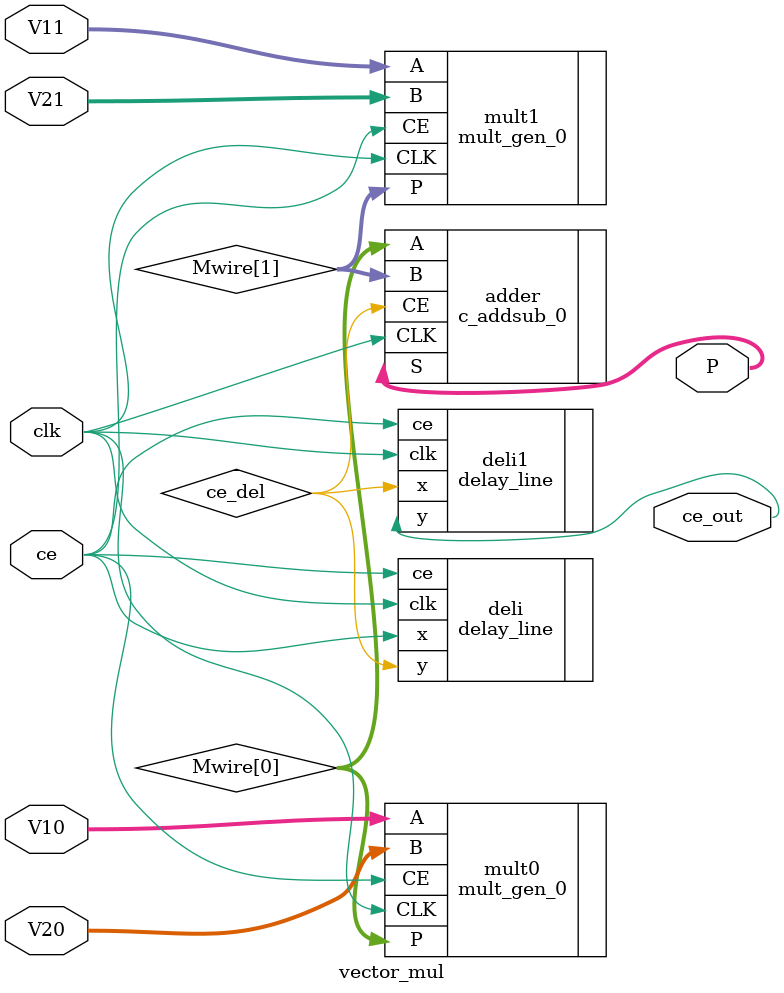
<source format=v>
`timescale 1ns / 1ps


module vector_mul(
    input clk,
    input ce,
    input signed [9:0]V10,
    input signed [9:0]V11,
    input signed [9:0]V20,
    input signed [9:0]V21,
    output signed [19:0]P,
    output ce_out
    );
    
    wire [19:0]Mwire [1:0];
    wire ce_cel;
    
    mult_gen_0 mult0
    (
        .CE(ce),
        .CLK(clk),
        .A(V10),
        .B(V20),
        .P(Mwire[0])
    );
    
    mult_gen_0 mult1
    (
        .CE(ce),
        .CLK(clk),
        .A(V11),
        .B(V21),
        .P(Mwire[1])
    );
    
    delay_line # 
    (
        .N(1),
        .DELAY(3)
    )
    deli
    (
        .clk(clk),
        .ce(ce),
        .x(ce),
        .y(ce_del)
    );
    
    c_addsub_0 adder
    (
        .CLK(clk),
        .CE(ce_del),
        .A(Mwire[0]),
        .B(Mwire[1]),
        .S(P)
    );
    
    delay_line # 
    (
        .N(1),
        .DELAY(1)
    )
    deli1
    (
        .clk(clk),
        .ce(ce),
        .x(ce_del),
        .y(ce_out)
    );
    
endmodule

</source>
